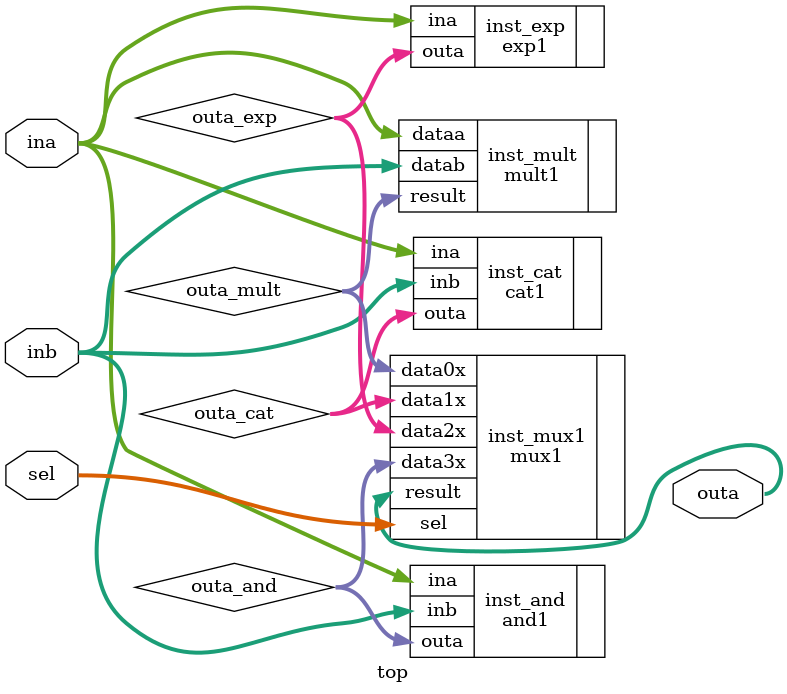
<source format=v>
`timescale 1ps/1ps
module top(ina,inb, outa, sel);
input [1:0] ina, inb, sel;
output [4:0] outa;
wire [4:0] outa_exp, outa_and, outa_cat, outa_mult;

exp1 inst_exp    (.ina(ina),
                  .outa(outa_exp)
                   );


and1 inst_and     (.ina(ina),
                   .inb(inb),
                   .outa(outa_and)
                   );


cat1 inst_cat       (.ina(ina),
                     .inb(inb),
                     .outa(outa_cat)
                    );

mult1 inst_mult (.dataa(ina), .datab(inb), .result(outa_mult));


mux1  inst_mux1 (  .data0x(outa_mult),  .data1x(outa_cat),  .data2x(outa_exp),  .data3x(outa_and),  .sel(sel),  .result(outa) );


endmodule

</source>
